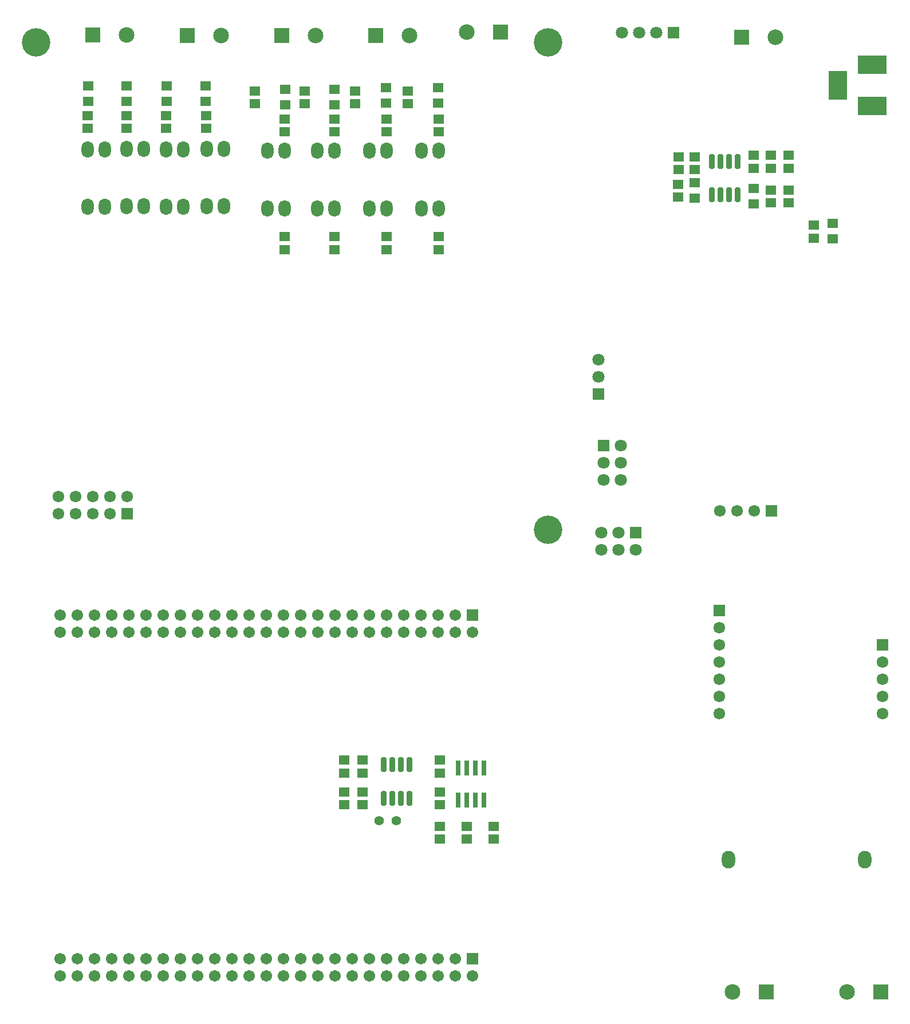
<source format=gts>
G04 Layer_Color=8388736*
%FSTAX24Y24*%
%MOIN*%
G70*
G01*
G75*
%ADD46R,0.0631X0.0552*%
%ADD47R,0.0630X0.0580*%
%ADD48O,0.0710X0.0966*%
G04:AMPARAMS|DCode=49|XSize=85.6mil|YSize=31.2mil|CornerRadius=6.9mil|HoleSize=0mil|Usage=FLASHONLY|Rotation=90.000|XOffset=0mil|YOffset=0mil|HoleType=Round|Shape=RoundedRectangle|*
%AMROUNDEDRECTD49*
21,1,0.0856,0.0174,0,0,90.0*
21,1,0.0718,0.0312,0,0,90.0*
1,1,0.0138,0.0087,0.0359*
1,1,0.0138,0.0087,-0.0359*
1,1,0.0138,-0.0087,-0.0359*
1,1,0.0138,-0.0087,0.0359*
%
%ADD49ROUNDEDRECTD49*%
%ADD50R,0.0300X0.0860*%
%ADD51R,0.0907X0.0907*%
%ADD52C,0.0907*%
%ADD53C,0.0710*%
%ADD54R,0.0710X0.0710*%
%ADD55R,0.0710X0.0710*%
%ADD56C,0.1655*%
%ADD57R,0.1080X0.1680*%
%ADD58R,0.1680X0.1080*%
%ADD59R,0.0678X0.0678*%
%ADD60C,0.0678*%
%ADD61R,0.0678X0.0678*%
%ADD62C,0.0560*%
%ADD63O,0.0789X0.1025*%
%ADD64C,0.0674*%
%ADD65R,0.0674X0.0674*%
D46*
X053913Y10112D02*
D03*
Y100372D02*
D03*
X054906Y100376D02*
D03*
Y101124D02*
D03*
Y098368D02*
D03*
Y099116D02*
D03*
X049512Y098688D02*
D03*
Y099436D02*
D03*
X055932Y10112D02*
D03*
Y100372D02*
D03*
Y099112D02*
D03*
Y098364D02*
D03*
X029512Y095651D02*
D03*
Y096399D02*
D03*
Y102502D02*
D03*
Y10325D02*
D03*
X035575Y095651D02*
D03*
Y096399D02*
D03*
Y102502D02*
D03*
Y10325D02*
D03*
X02778Y104127D02*
D03*
Y104875D02*
D03*
X033764Y104127D02*
D03*
Y104875D02*
D03*
X026599Y095651D02*
D03*
Y096399D02*
D03*
Y102502D02*
D03*
Y10325D02*
D03*
X032544Y095651D02*
D03*
Y096399D02*
D03*
Y102502D02*
D03*
Y10325D02*
D03*
X024866Y104127D02*
D03*
Y104875D02*
D03*
X030693Y104127D02*
D03*
Y104875D02*
D03*
X022032Y102699D02*
D03*
Y103447D02*
D03*
X0197Y103443D02*
D03*
Y102695D02*
D03*
X017417Y103443D02*
D03*
Y102695D02*
D03*
X015134Y103443D02*
D03*
Y102695D02*
D03*
X057417Y097065D02*
D03*
Y096317D02*
D03*
X049529Y101045D02*
D03*
Y100297D02*
D03*
X050474Y101045D02*
D03*
Y100297D02*
D03*
X030077Y063325D02*
D03*
Y064073D02*
D03*
X03114Y063325D02*
D03*
Y064073D02*
D03*
X031146Y065179D02*
D03*
Y065927D02*
D03*
X030073Y065179D02*
D03*
Y065927D02*
D03*
X035631Y065926D02*
D03*
Y065178D02*
D03*
X035629Y063325D02*
D03*
Y064073D02*
D03*
X035634Y061321D02*
D03*
Y062069D02*
D03*
X037189Y061321D02*
D03*
Y062069D02*
D03*
X038764Y061321D02*
D03*
Y062069D02*
D03*
D47*
X053888Y098307D02*
D03*
Y099207D02*
D03*
X050455Y098622D02*
D03*
Y099522D02*
D03*
X035552Y104173D02*
D03*
Y105073D02*
D03*
X026624Y104061D02*
D03*
Y104961D02*
D03*
X03252Y104173D02*
D03*
Y105073D02*
D03*
X022009Y104257D02*
D03*
Y105157D02*
D03*
X019724Y104257D02*
D03*
Y105157D02*
D03*
X017402Y104257D02*
D03*
Y105157D02*
D03*
X015157Y104257D02*
D03*
Y105157D02*
D03*
X029489Y104061D02*
D03*
Y104961D02*
D03*
X058504Y096255D02*
D03*
Y097155D02*
D03*
D48*
X028516Y101398D02*
D03*
X029516D02*
D03*
Y098051D02*
D03*
X028516D02*
D03*
X034579Y101398D02*
D03*
X035579D02*
D03*
Y098051D02*
D03*
X034579D02*
D03*
X025602Y101398D02*
D03*
X026602D02*
D03*
Y098051D02*
D03*
X025602D02*
D03*
X031547Y101398D02*
D03*
X032547D02*
D03*
Y098051D02*
D03*
X031547D02*
D03*
X023059Y098169D02*
D03*
X022059D02*
D03*
Y101516D02*
D03*
X023059D02*
D03*
X020697Y09813D02*
D03*
X019697D02*
D03*
Y101476D02*
D03*
X020697D02*
D03*
X018413Y098169D02*
D03*
X017413D02*
D03*
Y101516D02*
D03*
X018413D02*
D03*
X01613Y09813D02*
D03*
X01513D02*
D03*
Y101476D02*
D03*
X01613D02*
D03*
D49*
X051455Y098829D02*
D03*
X051955D02*
D03*
X052455D02*
D03*
X052955D02*
D03*
Y100778D02*
D03*
X052455D02*
D03*
X051955D02*
D03*
X051455D02*
D03*
X03236Y065659D02*
D03*
X03286D02*
D03*
X03336D02*
D03*
X03386D02*
D03*
Y063711D02*
D03*
X03336D02*
D03*
X03286D02*
D03*
X03236D02*
D03*
D50*
X036691Y065458D02*
D03*
X037191D02*
D03*
X037691D02*
D03*
X038191D02*
D03*
Y063598D02*
D03*
X037691D02*
D03*
X037191D02*
D03*
X036691D02*
D03*
D51*
X039173Y108307D02*
D03*
X020928Y10811D02*
D03*
X031917D02*
D03*
X015433Y10815D02*
D03*
X026422Y10811D02*
D03*
X053189Y107992D02*
D03*
X054646Y052441D02*
D03*
X061293D02*
D03*
D52*
X037205Y108307D02*
D03*
X022896Y10811D02*
D03*
X033885D02*
D03*
X017402Y10815D02*
D03*
X028391Y10811D02*
D03*
X055157Y107992D02*
D03*
X052677Y052441D02*
D03*
X059325D02*
D03*
D53*
X046244Y108268D02*
D03*
X047244D02*
D03*
X048244D02*
D03*
X044882Y089228D02*
D03*
Y088228D02*
D03*
X047024Y078161D02*
D03*
X046024D02*
D03*
X045024D02*
D03*
X046024Y079161D02*
D03*
X045024D02*
D03*
X046169Y084228D02*
D03*
Y083228D02*
D03*
Y082228D02*
D03*
X045169Y083228D02*
D03*
Y082228D02*
D03*
D54*
X049244Y108268D02*
D03*
X047024Y079161D02*
D03*
D55*
X044882Y087228D02*
D03*
X045169Y084228D02*
D03*
D56*
X041929Y079331D02*
D03*
Y107717D02*
D03*
X012126D02*
D03*
D57*
X058817Y105207D02*
D03*
D58*
X060787Y106417D02*
D03*
X060797Y104017D02*
D03*
D59*
X054953Y080433D02*
D03*
X017449Y080276D02*
D03*
D60*
X053953Y080433D02*
D03*
X052953D02*
D03*
X051953D02*
D03*
X061417Y071638D02*
D03*
Y070638D02*
D03*
Y069638D02*
D03*
Y068638D02*
D03*
X05189D02*
D03*
Y069638D02*
D03*
Y070638D02*
D03*
Y071638D02*
D03*
Y073638D02*
D03*
Y072638D02*
D03*
X017449Y081276D02*
D03*
X016449D02*
D03*
X015449D02*
D03*
X014449D02*
D03*
X013449D02*
D03*
Y080276D02*
D03*
X014449D02*
D03*
X015449D02*
D03*
X016449D02*
D03*
D61*
X061417Y072638D02*
D03*
X05189Y074638D02*
D03*
D62*
X03311Y062402D02*
D03*
X03211D02*
D03*
D63*
X060386Y060118D02*
D03*
X052449D02*
D03*
D64*
X013551Y053358D02*
D03*
Y054358D02*
D03*
X014551Y053358D02*
D03*
Y054358D02*
D03*
X015551Y053358D02*
D03*
Y054358D02*
D03*
X016551Y053358D02*
D03*
Y054358D02*
D03*
X017551Y053358D02*
D03*
Y054358D02*
D03*
X018551Y053358D02*
D03*
Y054358D02*
D03*
X019551Y053358D02*
D03*
Y054358D02*
D03*
X020551Y053358D02*
D03*
Y054358D02*
D03*
X021551Y053358D02*
D03*
Y054358D02*
D03*
X022551Y053358D02*
D03*
Y054358D02*
D03*
X023551Y053358D02*
D03*
Y054358D02*
D03*
X024551Y053358D02*
D03*
Y054358D02*
D03*
X025551Y053358D02*
D03*
Y054358D02*
D03*
X026551Y053358D02*
D03*
Y054358D02*
D03*
X027551Y053358D02*
D03*
Y054358D02*
D03*
X028551Y053358D02*
D03*
Y054358D02*
D03*
X029551Y053358D02*
D03*
Y054358D02*
D03*
X030551Y053358D02*
D03*
Y054358D02*
D03*
X031551Y053358D02*
D03*
Y054358D02*
D03*
X032551Y053358D02*
D03*
Y054358D02*
D03*
X033551Y053358D02*
D03*
Y054358D02*
D03*
X034551Y053358D02*
D03*
Y054358D02*
D03*
X035551Y053358D02*
D03*
Y054358D02*
D03*
X036551Y053358D02*
D03*
Y054358D02*
D03*
X037551Y053358D02*
D03*
X013551Y073358D02*
D03*
Y074358D02*
D03*
X014551Y073358D02*
D03*
Y074358D02*
D03*
X015551Y073358D02*
D03*
Y074358D02*
D03*
X016551Y073358D02*
D03*
Y074358D02*
D03*
X017551Y073358D02*
D03*
Y074358D02*
D03*
X018551Y073358D02*
D03*
Y074358D02*
D03*
X019551Y073358D02*
D03*
Y074358D02*
D03*
X020551Y073358D02*
D03*
Y074358D02*
D03*
X021551Y073358D02*
D03*
Y074358D02*
D03*
X022551Y073358D02*
D03*
Y074358D02*
D03*
X023551Y073358D02*
D03*
Y074358D02*
D03*
X024551Y073358D02*
D03*
Y074358D02*
D03*
X025551Y073358D02*
D03*
Y074358D02*
D03*
X026551Y073358D02*
D03*
Y074358D02*
D03*
X027551Y073358D02*
D03*
Y074358D02*
D03*
X028551Y073358D02*
D03*
Y074358D02*
D03*
X029551Y073358D02*
D03*
Y074358D02*
D03*
X030551Y073358D02*
D03*
Y074358D02*
D03*
X031551Y073358D02*
D03*
Y074358D02*
D03*
X032551Y073358D02*
D03*
Y074358D02*
D03*
X033551Y073358D02*
D03*
Y074358D02*
D03*
X034551Y073358D02*
D03*
Y074358D02*
D03*
X035551Y073358D02*
D03*
Y074358D02*
D03*
X036551Y073358D02*
D03*
Y074358D02*
D03*
X037551Y073358D02*
D03*
D65*
Y054358D02*
D03*
Y074358D02*
D03*
M02*

</source>
